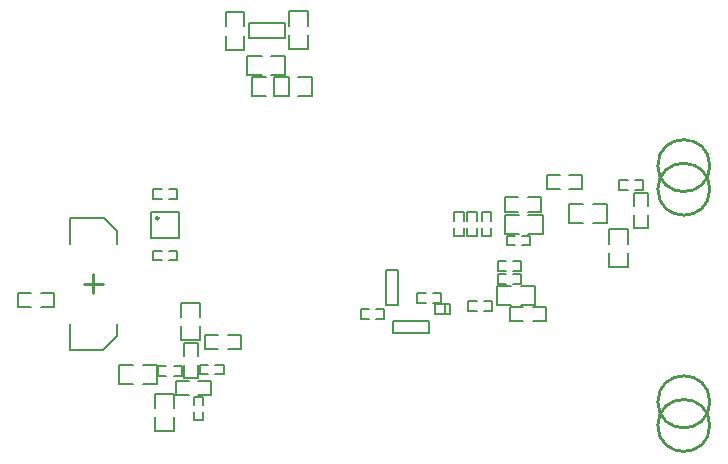
<source format=gbo>
G04*
G04 #@! TF.GenerationSoftware,Altium Limited,Altium Designer,18.1.7 (191)*
G04*
G04 Layer_Color=16776960*
%FSLAX44Y44*%
%MOMM*%
G71*
G01*
G75*
%ADD10C,0.2000*%
%ADD13C,0.2540*%
%ADD14C,0.1500*%
D10*
X199250Y298500D02*
X222250D01*
Y320500D01*
X199250D02*
X222250D01*
X199250Y298500D02*
Y320500D01*
X439000Y242500D02*
X452000D01*
Y238500D02*
Y242500D01*
X439000Y238500D02*
Y242500D01*
X452000Y234500D02*
Y238500D01*
X439000Y234500D02*
Y238500D01*
Y234500D02*
X452000D01*
X447500D02*
Y242500D01*
X312080Y467933D02*
Y481141D01*
X281600Y467933D02*
X312080D01*
X281600D02*
Y481141D01*
X312080D01*
X130000Y293875D02*
Y315875D01*
X159000D01*
X170000Y293875D02*
Y304875D01*
X159000Y315875D02*
X170000Y304875D01*
X158000Y204125D02*
X170000Y216125D01*
Y226125D01*
X130000Y204125D02*
X158000D01*
X130000D02*
Y226125D01*
D13*
X205250Y315500D02*
G03*
X205250Y315500I-1000J0D01*
G01*
X672000Y140000D02*
G03*
X672000Y140000I-22000J0D01*
G01*
X672000Y160000D02*
G03*
X672000Y160000I-22000J0D01*
G01*
Y340000D02*
G03*
X672000Y340000I-22000J0D01*
G01*
X672000Y360000D02*
G03*
X672000Y360000I-22000J0D01*
G01*
X150000Y252000D02*
Y268000D01*
X142000Y260000D02*
X158000D01*
D14*
X397900Y272000D02*
X408350D01*
Y242000D02*
Y272000D01*
X397900Y242000D02*
X408350D01*
X397900D02*
Y272000D01*
X214000Y340000D02*
X221000D01*
X201000D02*
X208000D01*
X214000Y332000D02*
X221000D01*
X201000D02*
X208000D01*
X221000D02*
Y340000D01*
X201000Y332000D02*
Y340000D01*
X214000Y288000D02*
X221000D01*
X201000D02*
X208000D01*
X214000Y280000D02*
X221000D01*
X201000D02*
X208000D01*
X221000D02*
Y288000D01*
X201000Y280000D02*
Y288000D01*
X404000Y218400D02*
Y228850D01*
X434000D01*
Y218400D02*
Y228850D01*
X404000Y218400D02*
X434000D01*
X284000Y419000D02*
Y435000D01*
X316000Y419000D02*
Y435000D01*
X284000Y419000D02*
X296000D01*
X304000D02*
X316000D01*
X284000Y435000D02*
X296000D01*
X304000D02*
X316000D01*
X335000Y419000D02*
Y435000D01*
X303000Y419000D02*
Y435000D01*
X323000D02*
X335000D01*
X303000D02*
X315000D01*
X323000Y419000D02*
X335000D01*
X303000D02*
X315000D01*
X518500Y318500D02*
X530500D01*
X498500D02*
X510500D01*
X518500Y302500D02*
X530500D01*
X498500D02*
X510500D01*
X530500D02*
Y318500D01*
X498500Y302500D02*
Y318500D01*
X595500Y339500D02*
X602500D01*
X608500D02*
X615500D01*
X595500Y347500D02*
X602500D01*
X608500D02*
X615500D01*
X595500Y339500D02*
Y347500D01*
X615500Y339500D02*
Y347500D01*
X607500Y337000D02*
X619500D01*
X607500Y307000D02*
X619500D01*
X607500Y326000D02*
Y337000D01*
Y307000D02*
Y318000D01*
X619500Y326000D02*
Y337000D01*
Y307000D02*
Y318000D01*
X389500Y238392D02*
X396500D01*
X376500D02*
X383500D01*
X389500Y230392D02*
X396500D01*
X376500D02*
X383500D01*
X396500D02*
Y238392D01*
X376500Y230392D02*
Y238392D01*
X503000Y228054D02*
X514000D01*
X522000D02*
X533000D01*
X503000Y240054D02*
X514000D01*
X522000D02*
X533000D01*
X503000Y228054D02*
Y240054D01*
X533000Y228054D02*
Y240054D01*
X552750Y311115D02*
Y327115D01*
X584750Y311115D02*
Y327115D01*
X552750Y311115D02*
X564750D01*
X572750D02*
X584750D01*
X552750Y327115D02*
X564750D01*
X572750D02*
X584750D01*
X262000Y490083D02*
X278000D01*
X262000Y458083D02*
X278000D01*
X262000Y478083D02*
Y490083D01*
Y458083D02*
Y470083D01*
X278000Y478083D02*
Y490083D01*
Y458083D02*
Y470083D01*
X315500Y490583D02*
X331500D01*
X315500Y458583D02*
X331500D01*
X315500Y478583D02*
Y490583D01*
Y458583D02*
Y470583D01*
X331500Y478583D02*
Y490583D01*
Y458583D02*
Y470583D01*
X86500Y240000D02*
Y252000D01*
X116500Y240000D02*
Y252000D01*
X86500Y240000D02*
X97500D01*
X105500D02*
X116500D01*
X86500Y252000D02*
X97500D01*
X105500D02*
X116500D01*
X587000Y274000D02*
X603000D01*
X587000Y306000D02*
X603000D01*
Y274000D02*
Y286000D01*
Y294000D02*
Y306000D01*
X587000Y274000D02*
Y286000D01*
Y294000D02*
Y306000D01*
X239000Y178000D02*
X250000D01*
X220000D02*
X231000D01*
X239000Y166000D02*
X250000D01*
X220000D02*
X231000D01*
X250000D02*
Y178000D01*
X220000Y166000D02*
Y178000D01*
X529000Y321000D02*
Y333000D01*
X499000Y321000D02*
Y333000D01*
X518000D02*
X529000D01*
X499000D02*
X510000D01*
X518000Y321000D02*
X529000D01*
X499000D02*
X510000D01*
X487000Y300500D02*
Y307500D01*
Y313500D02*
Y320500D01*
X479000Y300500D02*
Y307500D01*
Y313500D02*
Y320500D01*
Y300500D02*
X487000D01*
X479000Y320500D02*
X487000D01*
X455500Y313500D02*
Y320500D01*
Y300500D02*
Y307500D01*
X463500Y313500D02*
Y320500D01*
Y300500D02*
Y307500D01*
X455500Y320500D02*
X463500D01*
X455500Y300500D02*
X463500D01*
X480500Y245000D02*
X487500D01*
X467500D02*
X474500D01*
X480500Y237000D02*
X487500D01*
X467500D02*
X474500D01*
X487500D02*
Y245000D01*
X467500Y237000D02*
Y245000D01*
X505500Y268000D02*
X512500D01*
X492500D02*
X499500D01*
X505500Y260000D02*
X512500D01*
X492500D02*
X499500D01*
X512500D02*
Y268000D01*
X492500Y260000D02*
Y268000D01*
X424473Y243900D02*
X431473D01*
X437473D02*
X444473D01*
X424473Y251900D02*
X431473D01*
X437473D02*
X444473D01*
X424473Y243900D02*
Y251900D01*
X444473Y243900D02*
Y251900D01*
X500000Y292500D02*
Y300500D01*
X520000Y292500D02*
Y300500D01*
X500000Y292500D02*
X507000D01*
X513000D02*
X520000D01*
X500000Y300500D02*
X507000D01*
X513000D02*
X520000D01*
X227000Y180000D02*
X239000D01*
X227000Y210000D02*
X239000D01*
Y180000D02*
Y191000D01*
Y199000D02*
Y210000D01*
X227000Y180000D02*
Y191000D01*
Y199000D02*
Y210000D01*
X505499Y279000D02*
X512499D01*
X492499D02*
X499499D01*
X505499Y271000D02*
X512499D01*
X492499D02*
X499499D01*
X512499D02*
Y279000D01*
X492499Y271000D02*
Y279000D01*
X466500Y313500D02*
Y320500D01*
Y300500D02*
Y307500D01*
X474500Y313500D02*
Y320500D01*
Y300500D02*
Y307500D01*
X466500Y320500D02*
X474500D01*
X466500Y300500D02*
X474500D01*
X564000Y340000D02*
Y352000D01*
X534000Y340000D02*
Y352000D01*
X553000D02*
X564000D01*
X534000D02*
X545000D01*
X553000Y340000D02*
X564000D01*
X534000D02*
X545000D01*
X492000Y242054D02*
Y258054D01*
X524000Y242054D02*
Y258054D01*
X492000Y242054D02*
X504000D01*
X512000D02*
X524000D01*
X492000Y258054D02*
X504000D01*
X512000D02*
X524000D01*
X280500Y436853D02*
X292500D01*
X300500D02*
X312500D01*
X280500Y452853D02*
X292500D01*
X300500D02*
X312500D01*
X280500Y436853D02*
Y452853D01*
X312500Y436853D02*
Y452853D01*
X275000Y205000D02*
Y217000D01*
X245000Y205000D02*
Y217000D01*
X264000D02*
X275000D01*
X245000D02*
X256000D01*
X264000Y205000D02*
X275000D01*
X245000D02*
X256000D01*
X203750Y175500D02*
Y191500D01*
X171750Y175500D02*
Y191500D01*
X191750D02*
X203750D01*
X171750D02*
X183750D01*
X191750Y175500D02*
X203750D01*
X171750D02*
X183750D01*
X205000Y182000D02*
X212000D01*
X218000D02*
X225000D01*
X205000Y190000D02*
X212000D01*
X218000D02*
X225000D01*
X205000Y182000D02*
Y190000D01*
X225000Y182000D02*
Y190000D01*
X235000Y157500D02*
Y164500D01*
Y144500D02*
Y151500D01*
X243000Y157500D02*
Y164500D01*
Y144500D02*
Y151500D01*
X235000Y164500D02*
X243000D01*
X235000Y144500D02*
X243000D01*
X240500Y183500D02*
X247500D01*
X253500D02*
X260500D01*
X240500Y191500D02*
X247500D01*
X253500D02*
X260500D01*
X240500Y183500D02*
Y191500D01*
X260500Y183500D02*
Y191500D01*
X224000Y212000D02*
X240000D01*
X224000Y244000D02*
X240000D01*
Y212000D02*
Y224000D01*
Y232000D02*
Y244000D01*
X224000Y212000D02*
Y224000D01*
Y232000D02*
Y244000D01*
X202000Y167000D02*
X218000D01*
X202000Y135000D02*
X218000D01*
X202000Y155000D02*
Y167000D01*
Y135000D02*
Y147000D01*
X218000Y155000D02*
Y167000D01*
Y135000D02*
Y147000D01*
M02*

</source>
